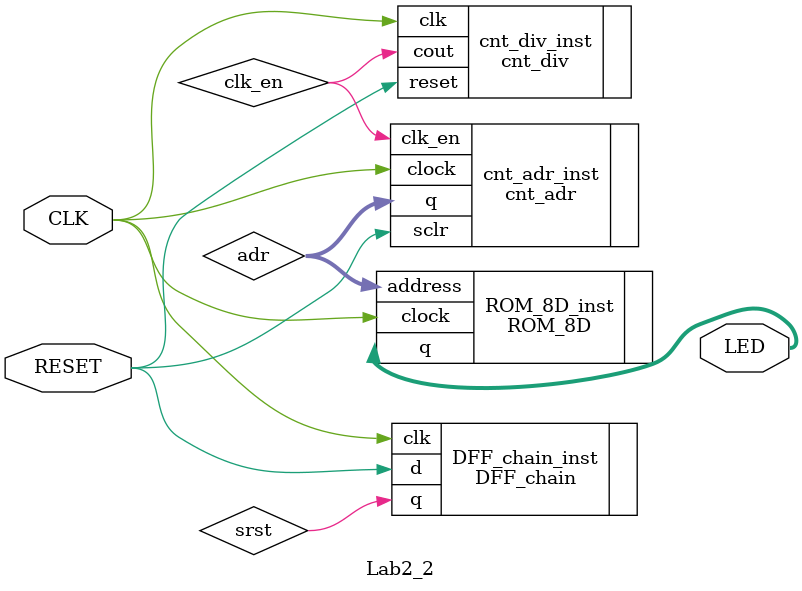
<source format=v>
module Lab2_2 
#(parameter div_by = 25)
(input 		CLK, 
 input 		RESET,
 output  	[7:0] LED  );	

wire [4:0] adr;
wire clk_en;
wire srst;

DFF_chain DFF_chain_inst (
	.clk 	(CLK				),
	.d 		(RESET				),
	.q 		(srst				)
);

cnt_div #(div_by) cnt_div_inst ( 
	.clk 	(CLK				),
	.reset 	(RESET 				),
	.cout 	(clk_en				) 
);

cnt_adr	cnt_adr_inst (
	.clock 	( CLK 				),
	.sclr 	( RESET				),
	.clk_en ( clk_en 			),
	.q 		( adr 				)
);	
				
ROM_8D	ROM_8D_inst (
	.clock 	( CLK 				),
	.address( adr				),
	.q 		( LED 				)
);

endmodule


</source>
